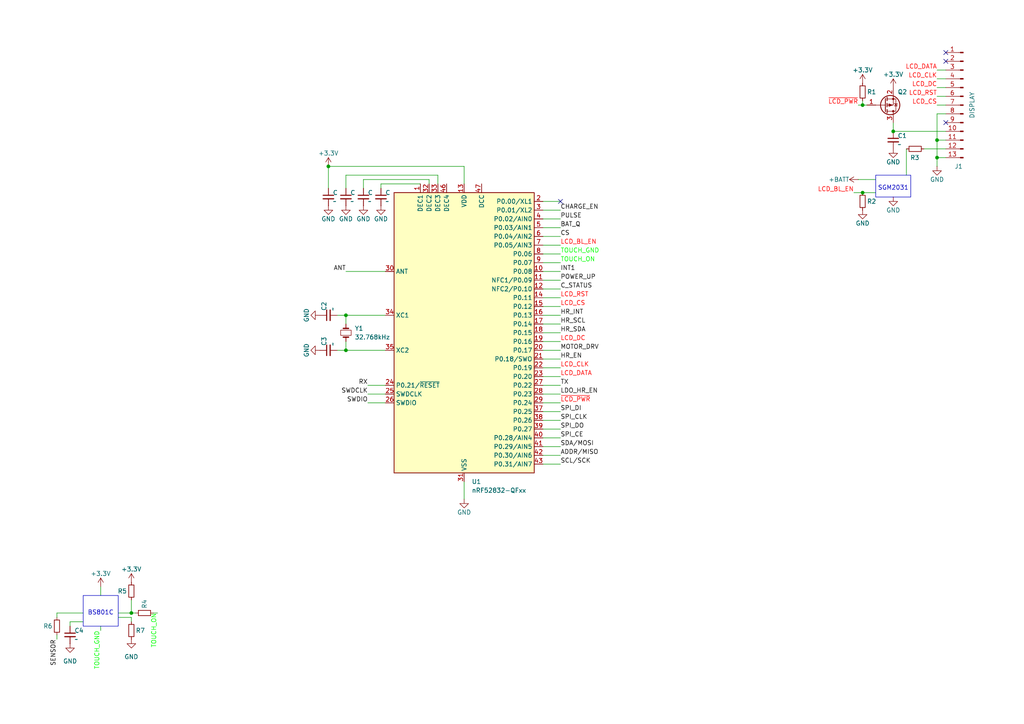
<source format=kicad_sch>
(kicad_sch (version 20231120) (generator "eeschema") (generator_version "8.0")
  (paper "A4")
  (lib_symbols
    (symbol "Connector:Conn_01x13_Pin" (pin_names (offset 1.016) hide)
      (property "Reference" "J" (at 0 17.78 0))
      (property "Value" "Conn_01x13_Pin" (at 0 -17.78 0))
      (symbol "Conn_01x13_Pin_1_1"
        (polyline (pts (xy 1.27 -15.24) (xy 0.8636 -15.24)) (stroke (width 0.1524)))
        (polyline (pts (xy 1.27 -12.7) (xy 0.8636 -12.7)) (stroke (width 0.1524)))
        (polyline (pts (xy 1.27 -10.16) (xy 0.8636 -10.16)) (stroke (width 0.1524)))
        (polyline (pts (xy 1.27 -7.62) (xy 0.8636 -7.62)) (stroke (width 0.1524)))
        (polyline (pts (xy 1.27 -5.08) (xy 0.8636 -5.08)) (stroke (width 0.1524)))
        (polyline (pts (xy 1.27 -2.54) (xy 0.8636 -2.54)) (stroke (width 0.1524)))
        (polyline (pts (xy 1.27 0) (xy 0.8636 0)) (stroke (width 0.1524)))
        (polyline (pts (xy 1.27 2.54) (xy 0.8636 2.54)) (stroke (width 0.1524)))
        (polyline (pts (xy 1.27 5.08) (xy 0.8636 5.08)) (stroke (width 0.1524)))
        (polyline (pts (xy 1.27 7.62) (xy 0.8636 7.62)) (stroke (width 0.1524)))
        (polyline (pts (xy 1.27 10.16) (xy 0.8636 10.16)) (stroke (width 0.1524)))
        (polyline (pts (xy 1.27 12.7) (xy 0.8636 12.7)) (stroke (width 0.1524)))
        (polyline (pts (xy 1.27 15.24) (xy 0.8636 15.24)) (stroke (width 0.1524)))
        (rectangle (start 0.8636 -15.113) (end 0 -15.367) (stroke (width 0.1524)) (fill (type outline)))
        (rectangle (start 0.8636 -12.573) (end 0 -12.827) (stroke (width 0.1524)) (fill (type outline)))
        (rectangle (start 0.8636 -10.033) (end 0 -10.287) (stroke (width 0.1524)) (fill (type outline)))
        (rectangle (start 0.8636 -7.493) (end 0 -7.747) (stroke (width 0.1524)) (fill (type outline)))
        (rectangle (start 0.8636 -4.953) (end 0 -5.207) (stroke (width 0.1524)) (fill (type outline)))
        (rectangle (start 0.8636 -2.413) (end 0 -2.667) (stroke (width 0.1524)) (fill (type outline)))
        (rectangle (start 0.8636 0.127) (end 0 -0.127) (stroke (width 0.1524)) (fill (type outline)))
        (rectangle (start 0.8636 2.667) (end 0 2.413) (stroke (width 0.1524)) (fill (type outline)))
        (rectangle (start 0.8636 5.207) (end 0 4.953) (stroke (width 0.1524)) (fill (type outline)))
        (rectangle (start 0.8636 7.747) (end 0 7.493) (stroke (width 0.1524)) (fill (type outline)))
        (rectangle (start 0.8636 10.287) (end 0 10.033) (stroke (width 0.1524)) (fill (type outline)))
        (rectangle (start 0.8636 12.827) (end 0 12.573) (stroke (width 0.1524)) (fill (type outline)))
        (rectangle (start 0.8636 15.367) (end 0 15.113) (stroke (width 0.1524)) (fill (type outline)))
        (pin passive line (at 5.08 15.24 180) (length 3.81) (name "Pin_1") (number "1"))
        (pin passive line (at 5.08 -7.62 180) (length 3.81) (name "Pin_10") (number "10"))
        (pin passive line (at 5.08 -10.16 180) (length 3.81) (name "Pin_11") (number "11"))
        (pin passive line (at 5.08 -12.7 180) (length 3.81) (name "Pin_12") (number "12"))
        (pin passive line (at 5.08 -15.24 180) (length 3.81) (name "Pin_13") (number "13"))
        (pin passive line (at 5.08 12.7 180) (length 3.81) (name "Pin_2") (number "2"))
        (pin passive line (at 5.08 10.16 180) (length 3.81) (name "Pin_3") (number "3"))
        (pin passive line (at 5.08 7.62 180) (length 3.81) (name "Pin_4") (number "4"))
        (pin passive line (at 5.08 5.08 180) (length 3.81) (name "Pin_5") (number "5"))
        (pin passive line (at 5.08 2.54 180) (length 3.81) (name "Pin_6") (number "6"))
        (pin passive line (at 5.08 0 180) (length 3.81) (name "Pin_7") (number "7"))
        (pin passive line (at 5.08 -2.54 180) (length 3.81) (name "Pin_8") (number "8"))
        (pin passive line (at 5.08 -5.08 180) (length 3.81) (name "Pin_9") (number "9"))
      )
    )
    (symbol "Device:C_Small" (pin_numbers hide) (pin_names (offset 0.254) hide)
      (property "Reference" "C" (at 0.254 1.778 0))
      (property "Value" "C_Small" (at 0.254 -2.032 0))
      (symbol "C_Small_0_1"
        (polyline (pts (xy -1.524 -0.508) (xy 1.524 -0.508)) (stroke (width 0.3302)))
        (polyline (pts (xy -1.524 0.508) (xy 1.524 0.508)) (stroke (width 0.3048)))
      )
      (symbol "C_Small_1_1"
        (pin passive line (at 0 2.54 270) (length 2.032) (name "~") (number "1"))
        (pin passive line (at 0 -2.54 90) (length 2.032) (name "~") (number "2"))
      )
    )
    (symbol "Device:Crystal_Small" (pin_numbers hide) (pin_names (offset 1.016) hide)
      (property "Reference" "Y" (at 0 2.54 0))
      (property "Value" "Crystal_Small" (at 0 -2.54 0))
      (symbol "Crystal_Small_0_1"
        (rectangle (start -0.762 -1.524) (end 0.762 1.524))
        (polyline (pts (xy -1.27 -0.762) (xy -1.27 0.762)) (stroke (width 0.381)))
        (polyline (pts (xy 1.27 -0.762) (xy 1.27 0.762)) (stroke (width 0.381)))
      )
      (symbol "Crystal_Small_1_1"
        (pin passive line (at -2.54 0 0) (length 1.27) (name "1") (number "1"))
        (pin passive line (at 2.54 0 180) (length 1.27) (name "2") (number "2"))
      )
    )
    (symbol "Device:Q_PMOS_GSD" (pin_names (offset 0) hide)
      (property "Reference" "Q" (at 5.08 1.27 0))
      (property "Value" "Q_PMOS_GSD" (at 5.08 -1.27 0))
      (symbol "Q_PMOS_GSD_0_1"
        (polyline (pts (xy 0.254 0) (xy -2.54 0)))
        (polyline (pts (xy 0.254 1.905) (xy 0.254 -1.905)) (stroke (width 0.254)))
        (polyline (pts (xy 0.762 -1.27) (xy 0.762 -2.286)) (stroke (width 0.254)))
        (polyline (pts (xy 0.762 0.508) (xy 0.762 -0.508)) (stroke (width 0.254)))
        (polyline (pts (xy 0.762 2.286) (xy 0.762 1.27)) (stroke (width 0.254)))
        (polyline (pts (xy 2.54 2.54) (xy 2.54 1.778)))
        (polyline (pts (xy 2.54 -2.54) (xy 2.54 0) (xy 0.762 0)))
        (polyline (pts (xy 0.762 1.778) (xy 3.302 1.778) (xy 3.302 -1.778) (xy 0.762 -1.778)))
        (polyline (pts (xy 2.286 0) (xy 1.27 0.381) (xy 1.27 -0.381) (xy 2.286 0)) (fill (type outline)))
        (polyline (pts (xy 2.794 -0.508) (xy 2.921 -0.381) (xy 3.683 -0.381) (xy 3.81 -0.254)))
        (polyline (pts (xy 3.302 -0.381) (xy 2.921 0.254) (xy 3.683 0.254) (xy 3.302 -0.381)))
        (circle (center 1.651 0) (radius 2.794) (stroke (width 0.254)))
        (circle (center 2.54 -1.778) (radius 0.254) (fill (type outline)))
        (circle (center 2.54 1.778) (radius 0.254) (fill (type outline)))
      )
      (symbol "Q_PMOS_GSD_1_1"
        (pin input line (at -5.08 0 0) (length 2.54) (name "G") (number "1"))
        (pin passive line (at 2.54 -5.08 90) (length 2.54) (name "S") (number "2"))
        (pin passive line (at 2.54 5.08 270) (length 2.54) (name "D") (number "3"))
      )
    )
    (symbol "Device:R_Small" (pin_numbers hide) (pin_names (offset 0.254) hide)
      (property "Reference" "R" (at 0.762 0.508 0))
      (property "Value" "R_Small" (at 0.762 -1.016 0))
      (symbol "R_Small_0_1"
        (rectangle (start -0.762 1.778) (end 0.762 -1.778) (stroke (width 0.2032)))
      )
      (symbol "R_Small_1_1"
        (pin passive line (at 0 2.54 270) (length 0.762) (name "~") (number "1"))
        (pin passive line (at 0 -2.54 90) (length 0.762) (name "~") (number "2"))
      )
    )
    (symbol "MCU_Nordic:nRF52832-QFxx"
      (property "Reference" "U" (at 0 1.27 0))
      (property "Value" "nRF52832-QFxx" (at 0 -1.27 0))
      (symbol "nRF52832-QFxx_0_1"
        (rectangle (start -20.32 40.64) (end 20.32 -40.64) (stroke (width 0.254)) (fill (type background)))
      )
      (symbol "nRF52832-QFxx_1_1"
        (pin passive line (at -12.7 43.18 270) (length 2.54) (name "DEC1") (number "1"))
        (pin bidirectional line (at 22.86 17.78 180) (length 2.54) (name "P0.08") (number "10"))
        (pin bidirectional line (at 22.86 15.24 180) (length 2.54) (name "NFC1/P0.09") (number "11"))
        (pin bidirectional line (at 22.86 12.7 180) (length 2.54) (name "NFC2/P0.10") (number "12"))
        (pin power_in line (at 0 43.18 270) (length 2.54) (name "VDD") (number "13"))
        (pin bidirectional line (at 22.86 10.16 180) (length 2.54) (name "P0.11") (number "14"))
        (pin bidirectional line (at 22.86 7.62 180) (length 2.54) (name "P0.12") (number "15"))
        (pin bidirectional line (at 22.86 5.08 180) (length 2.54) (name "P0.13") (number "16"))
        (pin bidirectional line (at 22.86 2.54 180) (length 2.54) (name "P0.14") (number "17"))
        (pin bidirectional line (at 22.86 0 180) (length 2.54) (name "P0.15") (number "18"))
        (pin bidirectional line (at 22.86 -2.54 180) (length 2.54) (name "P0.16") (number "19"))
        (pin bidirectional line (at 22.86 38.1 180) (length 2.54) (name "P0.00/XL1") (number "2"))
        (pin bidirectional line (at 22.86 -5.08 180) (length 2.54) (name "P0.17") (number "20"))
        (pin bidirectional line (at 22.86 -7.62 180) (length 2.54) (name "P0.18/SWO") (number "21"))
        (pin bidirectional line (at 22.86 -10.16 180) (length 2.54) (name "P0.19") (number "22"))
        (pin bidirectional line (at 22.86 -12.7 180) (length 2.54) (name "P0.20") (number "23"))
        (pin bidirectional line (at -22.86 -15.24 0) (length 2.54) (name "P0.21/~{RESET}") (number "24"))
        (pin input line (at -22.86 -17.78 0) (length 2.54) (name "SWDCLK") (number "25"))
        (pin bidirectional line (at -22.86 -20.32 0) (length 2.54) (name "SWDIO") (number "26"))
        (pin bidirectional line (at 22.86 -15.24 180) (length 2.54) (name "P0.22") (number "27"))
        (pin bidirectional line (at 22.86 -17.78 180) (length 2.54) (name "P0.23") (number "28"))
        (pin bidirectional line (at 22.86 -20.32 180) (length 2.54) (name "P0.24") (number "29"))
        (pin bidirectional line (at 22.86 35.56 180) (length 2.54) (name "P0.01/XL2") (number "3"))
        (pin passive line (at -22.86 17.78 0) (length 2.54) (name "ANT") (number "30"))
        (pin power_in line (at 0 -43.18 90) (length 2.54) (name "VSS") (number "31"))
        (pin passive line (at -10.16 43.18 270) (length 2.54) (name "DEC2") (number "32"))
        (pin passive line (at -7.62 43.18 270) (length 2.54) (name "DEC3") (number "33"))
        (pin input line (at -22.86 5.08 0) (length 2.54) (name "XC1") (number "34"))
        (pin input line (at -22.86 -5.08 0) (length 2.54) (name "XC2") (number "35"))
        (pin passive line (at 0 43.18 270) (length 2.54) hide (name "VDD") (number "36"))
        (pin bidirectional line (at 22.86 -22.86 180) (length 2.54) (name "P0.25") (number "37"))
        (pin bidirectional line (at 22.86 -25.4 180) (length 2.54) (name "P0.26") (number "38"))
        (pin bidirectional line (at 22.86 -27.94 180) (length 2.54) (name "P0.27") (number "39"))
        (pin bidirectional line (at 22.86 33.02 180) (length 2.54) (name "P0.02/AIN0") (number "4"))
        (pin bidirectional line (at 22.86 -30.48 180) (length 2.54) (name "P0.28/AIN4") (number "40"))
        (pin bidirectional line (at 22.86 -33.02 180) (length 2.54) (name "P0.29/AIN5") (number "41"))
        (pin bidirectional line (at 22.86 -35.56 180) (length 2.54) (name "P0.30/AIN6") (number "42"))
        (pin bidirectional line (at 22.86 -38.1 180) (length 2.54) (name "P0.31/AIN7") (number "43"))
        (pin no_connect line (at -20.32 -30.48 0) (length 2.54) hide (name "NC") (number "44"))
        (pin passive line (at 0 -43.18 90) (length 2.54) hide (name "VSS") (number "45"))
        (pin passive line (at -5.08 43.18 270) (length 2.54) (name "DEC4") (number "46"))
        (pin power_out line (at 5.08 43.18 270) (length 2.54) (name "DCC") (number "47"))
        (pin passive line (at 0 43.18 270) (length 2.54) hide (name "VDD") (number "48"))
        (pin passive line (at 0 -43.18 90) (length 2.54) hide (name "VSS") (number "49"))
        (pin bidirectional line (at 22.86 30.48 180) (length 2.54) (name "P0.03/AIN1") (number "5"))
        (pin bidirectional line (at 22.86 27.94 180) (length 2.54) (name "P0.04/AIN2") (number "6"))
        (pin bidirectional line (at 22.86 25.4 180) (length 2.54) (name "P0.05/AIN3") (number "7"))
        (pin bidirectional line (at 22.86 22.86 180) (length 2.54) (name "P0.06") (number "8"))
        (pin bidirectional line (at 22.86 20.32 180) (length 2.54) (name "P0.07") (number "9"))
      )
    )
    (symbol "power:+3.3V" (power) (pin_numbers hide) (pin_names (offset 0) hide)
      (property "Value" "+3.3V" (at 0 3.556 0))
      (symbol "+3.3V_0_1"
        (polyline (pts (xy -0.762 1.27) (xy 0 2.54)))
        (polyline (pts (xy 0 0) (xy 0 2.54)))
        (polyline (pts (xy 0 2.54) (xy 0.762 1.27)))
      )
      (symbol "+3.3V_1_1"
        (pin power_in line (at 0 0 90) (length 0) (name "~") (number "1"))
      )
    )
    (symbol "power:+BATT" (power) (pin_numbers hide) (pin_names (offset 0) hide)
      (property "Value" "+BATT" (at 0 3.556 0))
      (symbol "+BATT_0_1"
        (polyline (pts (xy -0.762 1.27) (xy 0 2.54)))
        (polyline (pts (xy 0 0) (xy 0 2.54)))
        (polyline (pts (xy 0 2.54) (xy 0.762 1.27)))
      )
      (symbol "+BATT_1_1"
        (pin power_in line (at 0 0 90) (length 0) (name "~") (number "1"))
      )
    )
    (symbol "power:GND" (power) (pin_numbers hide) (pin_names (offset 0) hide)
      (property "Value" "GND" (at 0 -3.81 0))
      (symbol "GND_0_1"
        (polyline (pts (xy 0 0) (xy 0 -1.27) (xy 1.27 -1.27) (xy 0 -2.54) (xy -1.27 -1.27) (xy 0 -1.27)))
      )
      (symbol "GND_1_1"
        (pin power_in line (at 0 0 270) (length 0) (name "~") (number "1"))
      )
    )
  )
  (junction (at 259.08 38.1))
  (junction (at 271.78 45.72))
  (junction (at 95.25 48.26))
  (junction (at 271.78 40.64))
  (junction (at 250.19 30.48))
  (junction (at 250.19 55.88))
  (junction (at 100.33 101.6))
  (junction (at 38.1 177.8))
  (junction (at 100.33 91.44))
  (no_connect (at 274.32 35.56))
  (no_connect (at 274.32 17.78))
  (no_connect (at 162.56 58.42))
  (no_connect (at 274.32 15.24))
  (wire (pts (xy 271.78 30.48) (xy 274.32 30.48)))
  (wire (pts (xy 97.79 101.6) (xy 100.33 101.6)))
  (wire (pts (xy 111.76 91.44) (xy 100.33 91.44)))
  (wire (pts (xy 162.56 71.12) (xy 157.48 71.12)))
  (wire (pts (xy 29.21 170.18) (xy 29.21 172.72)))
  (wire (pts (xy 162.56 132.08) (xy 157.48 132.08)))
  (wire (pts (xy 162.56 96.52) (xy 157.48 96.52)))
  (wire (pts (xy 24.13 180.34) (xy 20.32 180.34)))
  (wire (pts (xy 162.56 99.06) (xy 157.48 99.06)))
  (wire (pts (xy 162.56 109.22) (xy 157.48 109.22)))
  (wire (pts (xy 162.56 101.6) (xy 157.48 101.6)))
  (wire (pts (xy 100.33 99.06) (xy 100.33 101.6)))
  (wire (pts (xy 250.19 29.21) (xy 250.19 30.48)))
  (wire (pts (xy 162.56 116.84) (xy 157.48 116.84)))
  (wire (pts (xy 162.56 86.36) (xy 157.48 86.36)))
  (wire (pts (xy 16.51 184.15) (xy 16.51 185.42)))
  (wire (pts (xy 162.56 111.76) (xy 157.48 111.76)))
  (wire (pts (xy 100.33 78.74) (xy 111.76 78.74)))
  (wire (pts (xy 20.32 180.34) (xy 20.32 181.61)))
  (wire (pts (xy 34.29 177.8) (xy 38.1 177.8)))
  (wire (pts (xy 271.78 20.32) (xy 274.32 20.32)))
  (wire (pts (xy 100.33 50.8) (xy 100.33 54.61)))
  (wire (pts (xy 162.56 58.42) (xy 157.48 58.42)))
  (wire (pts (xy 271.78 27.94) (xy 274.32 27.94)))
  (wire (pts (xy 106.68 116.84) (xy 111.76 116.84)))
  (wire (pts (xy 162.56 119.38) (xy 157.48 119.38)))
  (wire (pts (xy 162.56 106.68) (xy 157.48 106.68)))
  (wire (pts (xy 124.46 52.07) (xy 105.41 52.07)))
  (wire (pts (xy 127 50.8) (xy 100.33 50.8)))
  (wire (pts (xy 100.33 91.44) (xy 100.33 93.98)))
  (wire (pts (xy 162.56 78.74) (xy 157.48 78.74)))
  (wire (pts (xy 162.56 127) (xy 157.48 127)))
  (wire (pts (xy 162.56 73.66) (xy 157.48 73.66)))
  (wire (pts (xy 162.56 104.14) (xy 157.48 104.14)))
  (wire (pts (xy 121.92 53.34) (xy 110.49 53.34)))
  (wire (pts (xy 95.25 48.26) (xy 134.62 48.26)))
  (wire (pts (xy 162.56 88.9) (xy 157.48 88.9)))
  (wire (pts (xy 271.78 40.64) (xy 271.78 45.72)))
  (wire (pts (xy 97.79 91.44) (xy 100.33 91.44)))
  (wire (pts (xy 250.19 55.88) (xy 254 55.88)))
  (wire (pts (xy 271.78 33.02) (xy 271.78 40.64)))
  (wire (pts (xy 271.78 22.86) (xy 274.32 22.86)))
  (wire (pts (xy 16.51 177.8) (xy 16.51 179.07)))
  (wire (pts (xy 162.56 81.28) (xy 157.48 81.28)))
  (wire (pts (xy 106.68 111.76) (xy 111.76 111.76)))
  (wire (pts (xy 45.72 177.8) (xy 44.45 177.8)))
  (wire (pts (xy 162.56 93.98) (xy 157.48 93.98)))
  (wire (pts (xy 271.78 45.72) (xy 274.32 45.72)))
  (wire (pts (xy 271.78 25.4) (xy 274.32 25.4)))
  (wire (pts (xy 162.56 134.62) (xy 157.48 134.62)))
  (wire (pts (xy 24.13 177.8) (xy 16.51 177.8)))
  (wire (pts (xy 34.29 179.07) (xy 38.1 179.07)))
  (wire (pts (xy 259.08 38.1) (xy 259.08 35.56)))
  (wire (pts (xy 124.46 53.34) (xy 124.46 52.07)))
  (wire (pts (xy 162.56 129.54) (xy 157.48 129.54)))
  (wire (pts (xy 274.32 38.1) (xy 259.08 38.1)))
  (wire (pts (xy 162.56 124.46) (xy 157.48 124.46)))
  (wire (pts (xy 38.1 177.8) (xy 39.37 177.8)))
  (wire (pts (xy 100.33 101.6) (xy 111.76 101.6)))
  (wire (pts (xy 162.56 76.2) (xy 157.48 76.2)))
  (wire (pts (xy 106.68 114.3) (xy 111.76 114.3)))
  (wire (pts (xy 29.21 181.61) (xy 29.21 182.88)))
  (wire (pts (xy 162.56 60.96) (xy 157.48 60.96)))
  (wire (pts (xy 127 53.34) (xy 127 50.8)))
  (wire (pts (xy 247.65 55.88) (xy 250.19 55.88)))
  (wire (pts (xy 162.56 91.44) (xy 157.48 91.44)))
  (wire (pts (xy 271.78 45.72) (xy 271.78 48.26)))
  (wire (pts (xy 162.56 63.5) (xy 157.48 63.5)))
  (wire (pts (xy 274.32 43.18) (xy 267.97 43.18)))
  (wire (pts (xy 262.89 43.18) (xy 262.89 50.8)))
  (wire (pts (xy 38.1 179.07) (xy 38.1 180.34)))
  (wire (pts (xy 38.1 173.99) (xy 38.1 177.8)))
  (wire (pts (xy 248.92 52.07) (xy 254 52.07)))
  (wire (pts (xy 162.56 121.92) (xy 157.48 121.92)))
  (wire (pts (xy 271.78 40.64) (xy 274.32 40.64)))
  (wire (pts (xy 134.62 48.26) (xy 134.62 53.34)))
  (wire (pts (xy 134.62 139.7) (xy 134.62 144.78)))
  (wire (pts (xy 248.92 30.48) (xy 250.19 30.48)))
  (wire (pts (xy 274.32 33.02) (xy 271.78 33.02)))
  (wire (pts (xy 250.19 30.48) (xy 251.46 30.48)))
  (wire (pts (xy 95.25 48.26) (xy 95.25 54.61)))
  (wire (pts (xy 162.56 68.58) (xy 157.48 68.58)))
  (wire (pts (xy 162.56 66.04) (xy 157.48 66.04)))
  (wire (pts (xy 105.41 52.07) (xy 105.41 54.61)))
  (wire (pts (xy 162.56 83.82) (xy 157.48 83.82)))
  (wire (pts (xy 110.49 53.34) (xy 110.49 54.61)))
  (wire (pts (xy 162.56 114.3) (xy 157.48 114.3)))
  (rectangle (start 254 50.8) (end 264.16 57.15))
  (rectangle (start 24.13 172.72) (end 34.29 181.61))
  (text "SGM2031" (at 259.08 54.61 0) (effects (font (size 1.27 1.27))))
  (text "BS801C" (at 29.21 177.8 0) (effects (font (size 1.27 1.27))))
  (label "RX" (at 106.68 111.76 180))
  (label "LCD_DATA" (at 162.56 109.22 0))
  (label "SDA{slash}MOSI" (at 162.56 129.54 0))
  (label "MOTOR_DRV" (at 162.56 101.6 0))
  (label "LCD_DC" (at 271.78 25.4 180))
  (label "TOUCH_ON" (at 45.72 177.8 270))
  (label "TOUCH_ON" (at 162.56 76.2 0))
  (label "SPI_CLK" (at 162.56 121.92 0))
  (label "BAT_Q" (at 162.56 66.04 0))
  (label "LCD_DC" (at 162.56 99.06 0))
  (label "~{LCD_PWR}" (at 248.92 30.48 180))
  (label "INT1" (at 162.56 78.74 0))
  (label "HR_EN" (at 162.56 104.14 0))
  (label "SPI_DO" (at 162.56 124.46 0))
  (label "TOUCH_GND" (at 29.21 182.88 270))
  (label "TX" (at 162.56 111.76 0))
  (label "PULSE" (at 162.56 63.5 0))
  (label "LCD_CLK" (at 271.78 22.86 180))
  (label "CHARGE_EN" (at 162.56 60.96 0))
  (label "HR_SDA" (at 162.56 96.52 0))
  (label "SPI_DI" (at 162.56 119.38 0))
  (label "SENSOR" (at 16.51 185.42 270))
  (label "ANT" (at 100.33 78.74 180))
  (label "SWDCLK" (at 106.68 114.3 180))
  (label "SCL{slash}SCK" (at 162.56 134.62 0))
  (label "LDO_HR_EN" (at 162.56 114.3 0))
  (label "SWDIO" (at 106.68 116.84 180))
  (label "C_STATUS" (at 162.56 83.82 0))
  (label "ADDR{slash}MISO" (at 162.56 132.08 0))
  (label "LCD_BL_EN" (at 247.65 55.88 180))
  (label "~{LCD_PWR}" (at 162.56 116.84 0))
  (label "LCD_RST" (at 162.56 86.36 0))
  (label "LCD_BL_EN" (at 162.56 71.12 0))
  (label "TOUCH_GND" (at 162.56 73.66 0))
  (label "LCD_CS" (at 271.78 30.48 180))
  (label "HR_INT" (at 162.56 91.44 0))
  (label "LCD_CLK" (at 162.56 106.68 0))
  (label "CS" (at 162.56 68.58 0))
  (label "LCD_CS" (at 162.56 88.9 0))
  (label "HR_SCL" (at 162.56 93.98 0))
  (label "LCD_DATA" (at 271.78 20.32 180))
  (label "SPI_CE" (at 162.56 127 0))
  (label "POWER_UP" (at 162.56 81.28 0))
  (label "LCD_RST" (at 271.78 27.94 180))
  (symbol (lib_id "Device:R_Small") (at 250.19 26.67 0) (unit 1)
    (property "Reference" "R1" (at 251.46 26.67 0) (effects (justify left)))
    (property "Description" "Resistor, small symbol" (effects (hide yes)))
  )
  (symbol (lib_id "Connector:Conn_01x13_Pin") (at 279.4 30.48 0) (mirror y) (unit 1)
    (property "Reference" "J1" (at 276.86 48.26 0) (effects (justify right)))
    (property "Value" "DISPLAY" (at 281.94 30.48 90))
    (property "Description" "Generic connector, single row, 01x13, script generated" (effects (hide yes)))
  )
  (symbol (lib_id "Device:R_Small") (at 38.1 171.45 180) (unit 1)
    (property "Reference" "R5" (at 36.83 171.45 0) (effects (justify left)))
    (property "Description" "Resistor, small symbol" (effects (hide yes)))
  )
  (symbol (lib_id "Device:C_Small") (at 105.41 57.15 0) (unit 1)
    (property "Reference" "C" (at 106.68 55.88 0) (effects (justify left)))
    (property "Value" "~" (at 106.68 58.42 0) (effects (justify left)))
    (property "Description" "Unpolarized capacitor, small symbol" (effects (hide yes)))
  )
  (symbol (lib_id "power:GND") (at 92.71 91.44 270) (unit 1)
    (property "Reference" "#PWR06" (effects (hide yes)))
    (property "Value" "GND" (at 88.9 91.44 0))
    (property "Description" "Power symbol creates a global label with name \"GND\" , ground" (effects (hide yes)))
  )
  (symbol (lib_id "power:+BATT") (at 248.92 52.07 90) (unit 1)
    (property "Reference" "#PWR014" (effects (hide yes)))
    (property "Value" "+BATT" (at 246.38 52.07 90) (effects (justify left)))
    (property "Description" "Power symbol creates a global label with name \"+BATT\"" (effects (hide yes)))
  )
  (symbol (lib_id "power:+3.3V") (at 29.21 170.18 0) (unit 1)
    (property "Reference" "#PWR016" (effects (hide yes)))
    (property "Value" "+3.3V" (at 29.21 166.37 0))
    (property "Description" "Power symbol creates a global label with name \"+3.3V\"" (effects (hide yes)))
  )
  (symbol (lib_id "power:+3.3V") (at 38.1 168.91 0) (unit 1)
    (property "Reference" "#PWR017" (effects (hide yes)))
    (property "Value" "+3.3V" (at 38.1 165.1 0))
    (property "Description" "Power symbol creates a global label with name \"+3.3V\"" (effects (hide yes)))
  )
  (symbol (lib_id "power:GND") (at 259.08 43.18 0) (unit 1)
    (property "Reference" "#PWR011" (effects (hide yes)))
    (property "Value" "GND" (at 259.08 46.99 0))
    (property "Description" "Power symbol creates a global label with name \"GND\" , ground" (effects (hide yes)))
  )
  (symbol (lib_id "Device:C_Small") (at 259.08 40.64 0) (unit 1)
    (property "Reference" "C1" (at 260.35 39.37 0) (effects (justify left)))
    (property "Value" "~" (at 260.35 41.91 0) (effects (justify left)))
    (property "Description" "Unpolarized capacitor, small symbol" (effects (hide yes)))
  )
  (symbol (lib_id "Device:C_Small") (at 95.25 101.6 90) (unit 1)
    (property "Reference" "C3" (at 93.98 100.33 0) (effects (justify left)))
    (property "Value" "~" (at 96.52 100.33 0) (effects (justify left)))
    (property "Description" "Unpolarized capacitor, small symbol" (effects (hide yes)))
  )
  (symbol (lib_id "MCU_Nordic:nRF52832-QFxx") (at 134.62 96.52 0) (unit 1)
    (property "Reference" "U1" (at 136.8141 139.7 0) (effects (justify left)))
    (property "Value" "nRF52832-QFxx" (at 136.8141 142.24 0) (effects (justify left)))
    (property "Footprint" "Package_DFN_QFN:QFN-48-1EP_6x6mm_P0.4mm_EP4.6x4.6mm" (effects (hide yes)))
    (property "Datasheet" "http://infocenter.nordicsemi.com/pdf/nRF52832_PS_v1.4.pdf" (effects (hide yes)))
    (property "Description" "Multiprotocol BLE/2.4GHz Cortex-M4 SoC, QFN-48" (effects (hide yes)))
  )
  (symbol (lib_id "power:GND") (at 259.08 57.15 0) (unit 1)
    (property "Reference" "#PWR013" (effects (hide yes)))
    (property "Value" "GND" (at 259.08 60.96 0))
    (property "Description" "Power symbol creates a global label with name \"GND\" , ground" (effects (hide yes)))
  )
  (symbol (lib_id "power:GND") (at 271.78 48.26 0) (unit 1)
    (property "Reference" "#PWR09" (effects (hide yes)))
    (property "Value" "GND" (at 271.78 52.07 0))
    (property "Description" "Power symbol creates a global label with name \"GND\" , ground" (effects (hide yes)))
  )
  (symbol (lib_id "Device:R_Small") (at 38.1 182.88 0) (unit 1)
    (property "Reference" "R7" (at 39.37 182.88 0) (effects (justify left)))
    (property "Description" "Resistor, small symbol" (effects (hide yes)))
  )
  (symbol (lib_id "Device:R_Small") (at 16.51 181.61 180) (unit 1)
    (property "Reference" "R6" (at 15.24 181.61 0) (effects (justify left)))
    (property "Description" "Resistor, small symbol" (effects (hide yes)))
  )
  (symbol (lib_id "power:GND") (at 134.62 144.78 0) (unit 1)
    (property "Reference" "#PWR04" (effects (hide yes)))
    (property "Value" "GND" (at 134.62 148.59 0))
    (property "Description" "Power symbol creates a global label with name \"GND\" , ground" (effects (hide yes)))
  )
  (symbol (lib_id "power:GND") (at 250.19 60.96 0) (unit 1)
    (property "Reference" "#PWR015" (effects (hide yes)))
    (property "Value" "GND" (at 250.19 64.77 0))
    (property "Description" "Power symbol creates a global label with name \"GND\" , ground" (effects (hide yes)))
  )
  (symbol (lib_id "power:+3.3V") (at 95.25 48.26 0) (unit 1)
    (property "Reference" "#PWR02" (effects (hide yes)))
    (property "Value" "+3.3V" (at 95.25 44.45 0))
    (property "Description" "Power symbol creates a global label with name \"+3.3V\"" (effects (hide yes)))
  )
  (symbol (lib_id "power:GND") (at 95.25 59.69 0) (unit 1)
    (property "Reference" "#PWR03" (effects (hide yes)))
    (property "Value" "GND" (at 95.25 63.5 0))
    (property "Description" "Power symbol creates a global label with name \"GND\" , ground" (effects (hide yes)))
  )
  (symbol (lib_id "Device:R_Small") (at 41.91 177.8 90) (unit 1)
    (property "Reference" "R4" (at 41.91 176.53 0) (effects (justify left)))
    (property "Description" "Resistor, small symbol" (effects (hide yes)))
  )
  (symbol (lib_id "Device:C_Small") (at 95.25 91.44 90) (unit 1)
    (property "Reference" "C2" (at 93.98 90.17 0) (effects (justify left)))
    (property "Value" "~" (at 96.52 90.17 0) (effects (justify left)))
    (property "Description" "Unpolarized capacitor, small symbol" (effects (hide yes)))
  )
  (symbol (lib_id "power:GND") (at 20.32 186.69 0) (unit 1)
    (property "Reference" "#PWR019" (effects (hide yes)))
    (property "Value" "GND" (at 20.32 191.77 0))
    (property "Description" "Power symbol creates a global label with name \"GND\" , ground" (effects (hide yes)))
  )
  (symbol (lib_id "power:+3.3V") (at 259.08 25.4 0) (unit 1)
    (property "Reference" "#PWR010" (effects (hide yes)))
    (property "Value" "+3.3V" (at 259.08 21.59 0))
    (property "Description" "Power symbol creates a global label with name \"+3.3V\"" (effects (hide yes)))
  )
  (symbol (lib_id "Device:C_Small") (at 20.32 184.15 0) (unit 1)
    (property "Reference" "C4" (at 21.59 182.88 0) (effects (justify left)))
    (property "Value" "~" (at 21.59 185.42 0) (effects (justify left)))
    (property "Description" "Unpolarized capacitor, small symbol" (effects (hide yes)))
  )
  (symbol (lib_id "power:GND") (at 110.49 59.69 0) (unit 1)
    (property "Reference" "#PWR01" (effects (hide yes)))
    (property "Value" "GND" (at 110.49 63.5 0))
    (property "Description" "Power symbol creates a global label with name \"GND\" , ground" (effects (hide yes)))
  )
  (symbol (lib_id "Device:Q_PMOS_GSD") (at 256.54 30.48 0) (mirror x) (unit 1)
    (property "Reference" "Q2" (at 260.35 26.67 0) (effects (justify left)))
    (property "Value" "Q_PMOS_GSD" (effects (hide yes)))
    (property "Description" "P-MOSFET transistor, gate/source/drain" (effects (hide yes)))
  )
  (symbol (lib_id "Device:R_Small") (at 265.43 43.18 90) (unit 1)
    (property "Reference" "R3" (at 266.7 45.72 90) (effects (justify left)))
    (property "Description" "Resistor, small symbol" (effects (hide yes)))
  )
  (symbol (lib_id "power:GND") (at 100.33 59.69 0) (unit 1)
    (property "Reference" "#PWR08" (effects (hide yes)))
    (property "Value" "GND" (at 100.33 63.5 0))
    (property "Description" "Power symbol creates a global label with name \"GND\" , ground" (effects (hide yes)))
  )
  (symbol (lib_id "power:+3.3V") (at 250.19 24.13 0) (unit 1)
    (property "Reference" "#PWR012" (effects (hide yes)))
    (property "Value" "+3.3V" (at 250.19 20.32 0))
    (property "Description" "Power symbol creates a global label with name \"+3.3V\"" (effects (hide yes)))
  )
  (symbol (lib_id "Device:R_Small") (at 250.19 58.42 0) (unit 1)
    (property "Reference" "R2" (at 251.46 58.42 0) (effects (justify left)))
    (property "Description" "Resistor, small symbol" (effects (hide yes)))
  )
  (symbol (lib_id "power:GND") (at 38.1 185.42 0) (unit 1)
    (property "Reference" "#PWR018" (effects (hide yes)))
    (property "Value" "GND" (at 38.1 190.5 0))
    (property "Description" "Power symbol creates a global label with name \"GND\" , ground" (effects (hide yes)))
  )
  (symbol (lib_id "Device:C_Small") (at 100.33 57.15 0) (unit 1)
    (property "Reference" "C" (at 101.6 55.88 0) (effects (justify left)))
    (property "Value" "~" (at 101.6 58.42 0) (effects (justify left)))
    (property "Description" "Unpolarized capacitor, small symbol" (effects (hide yes)))
  )
  (symbol (lib_id "Device:C_Small") (at 95.25 57.15 0) (unit 1)
    (property "Reference" "C" (at 96.52 55.88 0) (effects (justify left)))
    (property "Value" "~" (at 96.52 58.42 0) (effects (justify left)))
    (property "Description" "Unpolarized capacitor, small symbol" (effects (hide yes)))
  )
  (symbol (lib_id "power:GND") (at 92.71 101.6 270) (unit 1)
    (property "Reference" "#PWR07" (effects (hide yes)))
    (property "Value" "GND" (at 88.9 101.6 0))
    (property "Description" "Power symbol creates a global label with name \"GND\" , ground" (effects (hide yes)))
  )
  (symbol (lib_id "Device:C_Small") (at 110.49 57.15 0) (unit 1)
    (property "Reference" "C" (at 111.76 55.88 0) (effects (justify left)))
    (property "Value" "~" (at 111.76 58.42 0) (effects (justify left)))
    (property "Description" "Unpolarized capacitor, small symbol" (effects (hide yes)))
  )
  (symbol (lib_id "power:GND") (at 105.41 59.69 0) (unit 1)
    (property "Reference" "#PWR05" (effects (hide yes)))
    (property "Value" "GND" (at 105.41 63.5 0))
    (property "Description" "Power symbol creates a global label with name \"GND\" , ground" (effects (hide yes)))
  )
  (symbol (lib_id "Device:Crystal_Small") (at 100.33 96.52 90) (mirror x) (unit 1)
    (property "Reference" "Y1" (at 102.87 95.2499 90) (effects (justify right)))
    (property "Value" "32.768kHz" (at 102.87 97.7899 90) (effects (justify right)))
    (property "Description" "Two pin crystal, small symbol" (effects (hide yes)))
  )
)
</source>
